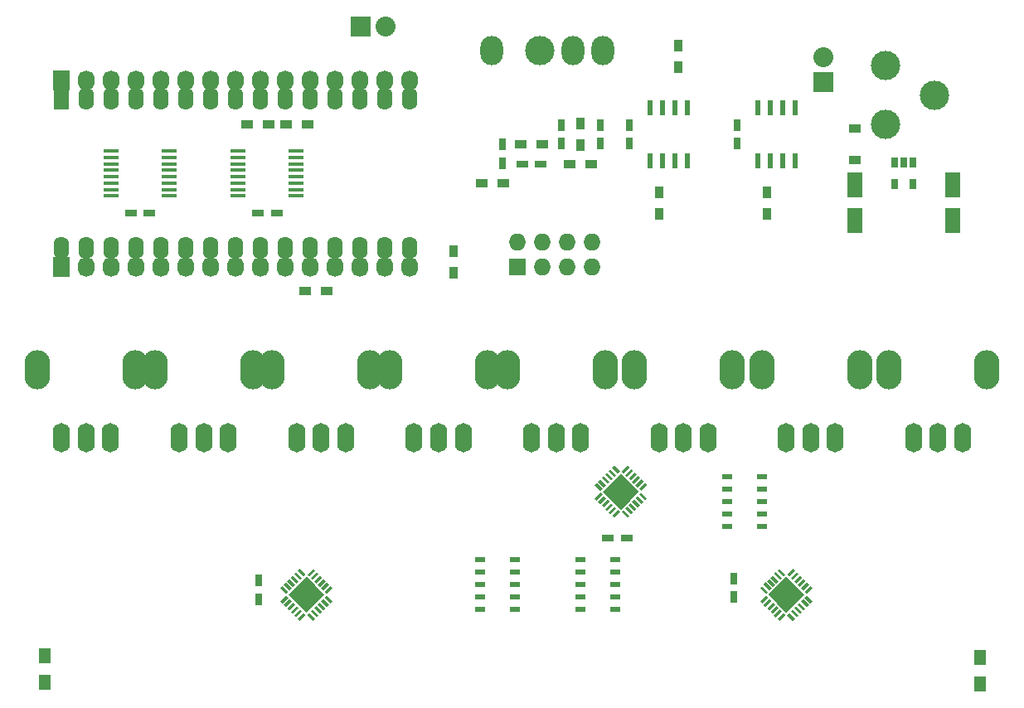
<source format=gbs>
G04 #@! TF.FileFunction,Soldermask,Bot*
%FSLAX46Y46*%
G04 Gerber Fmt 4.6, Leading zero omitted, Abs format (unit mm)*
G04 Created by KiCad (PCBNEW 4.0.7) date 11/28/17 11:15:26*
%MOMM*%
%LPD*%
G01*
G04 APERTURE LIST*
%ADD10C,0.100000*%
%ADD11R,0.750000X1.200000*%
%ADD12R,1.200000X0.750000*%
%ADD13R,1.600200X2.600960*%
%ADD14C,3.000000*%
%ADD15R,1.220000X0.910000*%
%ADD16R,1.200000X0.900000*%
%ADD17R,0.900000X1.200000*%
%ADD18R,1.574800X2.286000*%
%ADD19O,1.574800X2.286000*%
%ADD20R,1.500000X0.450000*%
%ADD21R,0.650000X1.060000*%
%ADD22R,0.600000X1.550000*%
%ADD23R,1.100000X0.600000*%
%ADD24R,1.727200X1.727200*%
%ADD25O,1.727200X1.727200*%
%ADD26R,1.727200X2.032000*%
%ADD27O,1.727200X2.032000*%
%ADD28R,1.300000X1.500000*%
%ADD29R,2.032000X2.032000*%
%ADD30O,2.032000X2.032000*%
%ADD31O,1.750000X3.000000*%
%ADD32O,2.600000X4.000000*%
%ADD33O,2.300000X3.000000*%
G04 APERTURE END LIST*
D10*
D11*
X110000000Y-62050000D03*
X110000000Y-63950000D03*
D12*
X113950000Y-64000000D03*
X112050000Y-64000000D03*
D11*
X116000000Y-60050000D03*
X116000000Y-61950000D03*
X120000000Y-60050000D03*
X120000000Y-61950000D03*
D12*
X85050000Y-69000000D03*
X86950000Y-69000000D03*
X73950000Y-69000000D03*
X72050000Y-69000000D03*
D11*
X85100000Y-106550000D03*
X85100000Y-108450000D03*
X133600000Y-106350000D03*
X133600000Y-108250000D03*
D13*
X146000000Y-66199140D03*
X146000000Y-69800860D03*
X156000000Y-69800860D03*
X156000000Y-66199140D03*
D11*
X123000000Y-60050000D03*
X123000000Y-61950000D03*
X134000000Y-60050000D03*
X134000000Y-61950000D03*
D12*
X122676999Y-102201980D03*
X120776999Y-102201980D03*
D14*
X149100000Y-60000000D03*
X149100000Y-54000000D03*
X154100000Y-57000000D03*
D15*
X146000000Y-63635000D03*
X146000000Y-60365000D03*
D16*
X86100000Y-60000000D03*
X83900000Y-60000000D03*
X90100000Y-60000000D03*
X87900000Y-60000000D03*
X110100000Y-66000000D03*
X107900000Y-66000000D03*
X114100000Y-62000000D03*
X111900000Y-62000000D03*
D17*
X118000000Y-59900000D03*
X118000000Y-62100000D03*
D16*
X119100000Y-64000000D03*
X116900000Y-64000000D03*
X89900000Y-77000000D03*
X92100000Y-77000000D03*
D17*
X128000000Y-54100000D03*
X128000000Y-51900000D03*
X126000000Y-66900000D03*
X126000000Y-69100000D03*
X137000000Y-66900000D03*
X137000000Y-69100000D03*
D18*
X65000000Y-57380000D03*
D19*
X67540000Y-57380000D03*
X70080000Y-57380000D03*
X72620000Y-57380000D03*
X75160000Y-57380000D03*
X77700000Y-57380000D03*
X80240000Y-57380000D03*
X82780000Y-57380000D03*
X85320000Y-57380000D03*
X87860000Y-57380000D03*
X90400000Y-57380000D03*
X92940000Y-57380000D03*
X95480000Y-57380000D03*
X98020000Y-57380000D03*
X100560000Y-57380000D03*
X100560000Y-72620000D03*
X98020000Y-72620000D03*
X95480000Y-72620000D03*
X92940000Y-72620000D03*
X90400000Y-72620000D03*
X87860000Y-72620000D03*
X85320000Y-72620000D03*
X82780000Y-72620000D03*
X80240000Y-72620000D03*
X77700000Y-72620000D03*
X75160000Y-72620000D03*
X72620000Y-72620000D03*
X70080000Y-72620000D03*
X67540000Y-72620000D03*
X65000000Y-72620000D03*
D20*
X83050000Y-67275000D03*
X83050000Y-66625000D03*
X83050000Y-65975000D03*
X83050000Y-65325000D03*
X83050000Y-64675000D03*
X83050000Y-64025000D03*
X83050000Y-63375000D03*
X83050000Y-62725000D03*
X88950000Y-62725000D03*
X88950000Y-63375000D03*
X88950000Y-64025000D03*
X88950000Y-64675000D03*
X88950000Y-65325000D03*
X88950000Y-65975000D03*
X88950000Y-66625000D03*
X88950000Y-67275000D03*
D21*
X150050000Y-63900000D03*
X151000000Y-63900000D03*
X151950000Y-63900000D03*
X151950000Y-66100000D03*
X150050000Y-66100000D03*
D22*
X125095000Y-58300000D03*
X126365000Y-58300000D03*
X127635000Y-58300000D03*
X128905000Y-58300000D03*
X128905000Y-63700000D03*
X127635000Y-63700000D03*
X126365000Y-63700000D03*
X125095000Y-63700000D03*
X136095000Y-58300000D03*
X137365000Y-58300000D03*
X138635000Y-58300000D03*
X139905000Y-58300000D03*
X139905000Y-63700000D03*
X138635000Y-63700000D03*
X137365000Y-63700000D03*
X136095000Y-63700000D03*
D20*
X70050000Y-67275000D03*
X70050000Y-66625000D03*
X70050000Y-65975000D03*
X70050000Y-65325000D03*
X70050000Y-64675000D03*
X70050000Y-64025000D03*
X70050000Y-63375000D03*
X70050000Y-62725000D03*
X75950000Y-62725000D03*
X75950000Y-63375000D03*
X75950000Y-64025000D03*
X75950000Y-64675000D03*
X75950000Y-65325000D03*
X75950000Y-65975000D03*
X75950000Y-66625000D03*
X75950000Y-67275000D03*
D23*
X107744000Y-109540000D03*
X107744000Y-108270000D03*
X107744000Y-107000000D03*
X107744000Y-105730000D03*
X107744000Y-104460000D03*
X111300000Y-104460000D03*
X111300000Y-105730000D03*
X111300000Y-107000000D03*
X111300000Y-108270000D03*
X111300000Y-109540000D03*
X118000000Y-109540000D03*
X118000000Y-108270000D03*
X118000000Y-107000000D03*
X118000000Y-105730000D03*
X118000000Y-104460000D03*
X121556000Y-104460000D03*
X121556000Y-105730000D03*
X121556000Y-107000000D03*
X121556000Y-108270000D03*
X121556000Y-109540000D03*
X133000000Y-101000000D03*
X133000000Y-99730000D03*
X133000000Y-98460000D03*
X133000000Y-97190000D03*
X133000000Y-95920000D03*
X136556000Y-95920000D03*
X136556000Y-97190000D03*
X136556000Y-98460000D03*
X136556000Y-99730000D03*
X136556000Y-101000000D03*
D24*
X111500000Y-74500000D03*
D25*
X111500000Y-71960000D03*
X114040000Y-74500000D03*
X114040000Y-71960000D03*
X116580000Y-74500000D03*
X116580000Y-71960000D03*
X119120000Y-74500000D03*
X119120000Y-71960000D03*
D26*
X65000000Y-55500000D03*
D27*
X67540000Y-55500000D03*
X70080000Y-55500000D03*
X72620000Y-55500000D03*
X75160000Y-55500000D03*
X77700000Y-55500000D03*
X80240000Y-55500000D03*
X82780000Y-55500000D03*
X85320000Y-55500000D03*
X87860000Y-55500000D03*
X90400000Y-55500000D03*
X92940000Y-55500000D03*
X95480000Y-55500000D03*
X98020000Y-55500000D03*
X100560000Y-55500000D03*
D26*
X65000000Y-74500000D03*
D27*
X67540000Y-74500000D03*
X70080000Y-74500000D03*
X72620000Y-74500000D03*
X75160000Y-74500000D03*
X77700000Y-74500000D03*
X80240000Y-74500000D03*
X82780000Y-74500000D03*
X85320000Y-74500000D03*
X87860000Y-74500000D03*
X90400000Y-74500000D03*
X92940000Y-74500000D03*
X95480000Y-74500000D03*
X98020000Y-74500000D03*
X100560000Y-74500000D03*
D17*
X105000000Y-75100000D03*
X105000000Y-72900000D03*
D10*
G36*
X87330672Y-107310571D02*
X87542804Y-107098439D01*
X88143844Y-107699479D01*
X87931712Y-107911611D01*
X87330672Y-107310571D01*
X87330672Y-107310571D01*
G37*
G36*
X87684226Y-106957018D02*
X87896358Y-106744886D01*
X88497398Y-107345926D01*
X88285266Y-107558058D01*
X87684226Y-106957018D01*
X87684226Y-106957018D01*
G37*
G36*
X88037779Y-106603464D02*
X88249911Y-106391332D01*
X88850951Y-106992372D01*
X88638819Y-107204504D01*
X88037779Y-106603464D01*
X88037779Y-106603464D01*
G37*
G36*
X88391332Y-106249911D02*
X88603464Y-106037779D01*
X89204504Y-106638819D01*
X88992372Y-106850951D01*
X88391332Y-106249911D01*
X88391332Y-106249911D01*
G37*
G36*
X88744886Y-105896358D02*
X88957018Y-105684226D01*
X89558058Y-106285266D01*
X89345926Y-106497398D01*
X88744886Y-105896358D01*
X88744886Y-105896358D01*
G37*
G36*
X89098439Y-105542804D02*
X89310571Y-105330672D01*
X89911611Y-105931712D01*
X89699479Y-106143844D01*
X89098439Y-105542804D01*
X89098439Y-105542804D01*
G37*
G36*
X90689429Y-105330672D02*
X90901561Y-105542804D01*
X90300521Y-106143844D01*
X90088389Y-105931712D01*
X90689429Y-105330672D01*
X90689429Y-105330672D01*
G37*
G36*
X91042982Y-105684226D02*
X91255114Y-105896358D01*
X90654074Y-106497398D01*
X90441942Y-106285266D01*
X91042982Y-105684226D01*
X91042982Y-105684226D01*
G37*
G36*
X91396536Y-106037779D02*
X91608668Y-106249911D01*
X91007628Y-106850951D01*
X90795496Y-106638819D01*
X91396536Y-106037779D01*
X91396536Y-106037779D01*
G37*
G36*
X91750089Y-106391332D02*
X91962221Y-106603464D01*
X91361181Y-107204504D01*
X91149049Y-106992372D01*
X91750089Y-106391332D01*
X91750089Y-106391332D01*
G37*
G36*
X92103642Y-106744886D02*
X92315774Y-106957018D01*
X91714734Y-107558058D01*
X91502602Y-107345926D01*
X92103642Y-106744886D01*
X92103642Y-106744886D01*
G37*
G36*
X92457196Y-107098439D02*
X92669328Y-107310571D01*
X92068288Y-107911611D01*
X91856156Y-107699479D01*
X92457196Y-107098439D01*
X92457196Y-107098439D01*
G37*
G36*
X91856156Y-108300521D02*
X92068288Y-108088389D01*
X92669328Y-108689429D01*
X92457196Y-108901561D01*
X91856156Y-108300521D01*
X91856156Y-108300521D01*
G37*
G36*
X91502602Y-108654074D02*
X91714734Y-108441942D01*
X92315774Y-109042982D01*
X92103642Y-109255114D01*
X91502602Y-108654074D01*
X91502602Y-108654074D01*
G37*
G36*
X91149049Y-109007628D02*
X91361181Y-108795496D01*
X91962221Y-109396536D01*
X91750089Y-109608668D01*
X91149049Y-109007628D01*
X91149049Y-109007628D01*
G37*
G36*
X90795496Y-109361181D02*
X91007628Y-109149049D01*
X91608668Y-109750089D01*
X91396536Y-109962221D01*
X90795496Y-109361181D01*
X90795496Y-109361181D01*
G37*
G36*
X90441942Y-109714734D02*
X90654074Y-109502602D01*
X91255114Y-110103642D01*
X91042982Y-110315774D01*
X90441942Y-109714734D01*
X90441942Y-109714734D01*
G37*
G36*
X90088389Y-110068288D02*
X90300521Y-109856156D01*
X90901561Y-110457196D01*
X90689429Y-110669328D01*
X90088389Y-110068288D01*
X90088389Y-110068288D01*
G37*
G36*
X89699479Y-109856156D02*
X89911611Y-110068288D01*
X89310571Y-110669328D01*
X89098439Y-110457196D01*
X89699479Y-109856156D01*
X89699479Y-109856156D01*
G37*
G36*
X89345926Y-109502602D02*
X89558058Y-109714734D01*
X88957018Y-110315774D01*
X88744886Y-110103642D01*
X89345926Y-109502602D01*
X89345926Y-109502602D01*
G37*
G36*
X88992372Y-109149049D02*
X89204504Y-109361181D01*
X88603464Y-109962221D01*
X88391332Y-109750089D01*
X88992372Y-109149049D01*
X88992372Y-109149049D01*
G37*
G36*
X88638819Y-108795496D02*
X88850951Y-109007628D01*
X88249911Y-109608668D01*
X88037779Y-109396536D01*
X88638819Y-108795496D01*
X88638819Y-108795496D01*
G37*
G36*
X88285266Y-108441942D02*
X88497398Y-108654074D01*
X87896358Y-109255114D01*
X87684226Y-109042982D01*
X88285266Y-108441942D01*
X88285266Y-108441942D01*
G37*
G36*
X87931712Y-108088389D02*
X88143844Y-108300521D01*
X87542804Y-108901561D01*
X87330672Y-108689429D01*
X87931712Y-108088389D01*
X87931712Y-108088389D01*
G37*
G36*
X90000000Y-108000000D02*
X90919239Y-107080761D01*
X91838478Y-108000000D01*
X90919239Y-108919239D01*
X90000000Y-108000000D01*
X90000000Y-108000000D01*
G37*
G36*
X89080761Y-108919239D02*
X90000000Y-108000000D01*
X90919239Y-108919239D01*
X90000000Y-109838478D01*
X89080761Y-108919239D01*
X89080761Y-108919239D01*
G37*
G36*
X89080761Y-107080761D02*
X90000000Y-106161522D01*
X90919239Y-107080761D01*
X90000000Y-108000000D01*
X89080761Y-107080761D01*
X89080761Y-107080761D01*
G37*
G36*
X88161522Y-108000000D02*
X89080761Y-107080761D01*
X90000000Y-108000000D01*
X89080761Y-108919239D01*
X88161522Y-108000000D01*
X88161522Y-108000000D01*
G37*
G36*
X136330672Y-107310571D02*
X136542804Y-107098439D01*
X137143844Y-107699479D01*
X136931712Y-107911611D01*
X136330672Y-107310571D01*
X136330672Y-107310571D01*
G37*
G36*
X136684226Y-106957018D02*
X136896358Y-106744886D01*
X137497398Y-107345926D01*
X137285266Y-107558058D01*
X136684226Y-106957018D01*
X136684226Y-106957018D01*
G37*
G36*
X137037779Y-106603464D02*
X137249911Y-106391332D01*
X137850951Y-106992372D01*
X137638819Y-107204504D01*
X137037779Y-106603464D01*
X137037779Y-106603464D01*
G37*
G36*
X137391332Y-106249911D02*
X137603464Y-106037779D01*
X138204504Y-106638819D01*
X137992372Y-106850951D01*
X137391332Y-106249911D01*
X137391332Y-106249911D01*
G37*
G36*
X137744886Y-105896358D02*
X137957018Y-105684226D01*
X138558058Y-106285266D01*
X138345926Y-106497398D01*
X137744886Y-105896358D01*
X137744886Y-105896358D01*
G37*
G36*
X138098439Y-105542804D02*
X138310571Y-105330672D01*
X138911611Y-105931712D01*
X138699479Y-106143844D01*
X138098439Y-105542804D01*
X138098439Y-105542804D01*
G37*
G36*
X139689429Y-105330672D02*
X139901561Y-105542804D01*
X139300521Y-106143844D01*
X139088389Y-105931712D01*
X139689429Y-105330672D01*
X139689429Y-105330672D01*
G37*
G36*
X140042982Y-105684226D02*
X140255114Y-105896358D01*
X139654074Y-106497398D01*
X139441942Y-106285266D01*
X140042982Y-105684226D01*
X140042982Y-105684226D01*
G37*
G36*
X140396536Y-106037779D02*
X140608668Y-106249911D01*
X140007628Y-106850951D01*
X139795496Y-106638819D01*
X140396536Y-106037779D01*
X140396536Y-106037779D01*
G37*
G36*
X140750089Y-106391332D02*
X140962221Y-106603464D01*
X140361181Y-107204504D01*
X140149049Y-106992372D01*
X140750089Y-106391332D01*
X140750089Y-106391332D01*
G37*
G36*
X141103642Y-106744886D02*
X141315774Y-106957018D01*
X140714734Y-107558058D01*
X140502602Y-107345926D01*
X141103642Y-106744886D01*
X141103642Y-106744886D01*
G37*
G36*
X141457196Y-107098439D02*
X141669328Y-107310571D01*
X141068288Y-107911611D01*
X140856156Y-107699479D01*
X141457196Y-107098439D01*
X141457196Y-107098439D01*
G37*
G36*
X140856156Y-108300521D02*
X141068288Y-108088389D01*
X141669328Y-108689429D01*
X141457196Y-108901561D01*
X140856156Y-108300521D01*
X140856156Y-108300521D01*
G37*
G36*
X140502602Y-108654074D02*
X140714734Y-108441942D01*
X141315774Y-109042982D01*
X141103642Y-109255114D01*
X140502602Y-108654074D01*
X140502602Y-108654074D01*
G37*
G36*
X140149049Y-109007628D02*
X140361181Y-108795496D01*
X140962221Y-109396536D01*
X140750089Y-109608668D01*
X140149049Y-109007628D01*
X140149049Y-109007628D01*
G37*
G36*
X139795496Y-109361181D02*
X140007628Y-109149049D01*
X140608668Y-109750089D01*
X140396536Y-109962221D01*
X139795496Y-109361181D01*
X139795496Y-109361181D01*
G37*
G36*
X139441942Y-109714734D02*
X139654074Y-109502602D01*
X140255114Y-110103642D01*
X140042982Y-110315774D01*
X139441942Y-109714734D01*
X139441942Y-109714734D01*
G37*
G36*
X139088389Y-110068288D02*
X139300521Y-109856156D01*
X139901561Y-110457196D01*
X139689429Y-110669328D01*
X139088389Y-110068288D01*
X139088389Y-110068288D01*
G37*
G36*
X138699479Y-109856156D02*
X138911611Y-110068288D01*
X138310571Y-110669328D01*
X138098439Y-110457196D01*
X138699479Y-109856156D01*
X138699479Y-109856156D01*
G37*
G36*
X138345926Y-109502602D02*
X138558058Y-109714734D01*
X137957018Y-110315774D01*
X137744886Y-110103642D01*
X138345926Y-109502602D01*
X138345926Y-109502602D01*
G37*
G36*
X137992372Y-109149049D02*
X138204504Y-109361181D01*
X137603464Y-109962221D01*
X137391332Y-109750089D01*
X137992372Y-109149049D01*
X137992372Y-109149049D01*
G37*
G36*
X137638819Y-108795496D02*
X137850951Y-109007628D01*
X137249911Y-109608668D01*
X137037779Y-109396536D01*
X137638819Y-108795496D01*
X137638819Y-108795496D01*
G37*
G36*
X137285266Y-108441942D02*
X137497398Y-108654074D01*
X136896358Y-109255114D01*
X136684226Y-109042982D01*
X137285266Y-108441942D01*
X137285266Y-108441942D01*
G37*
G36*
X136931712Y-108088389D02*
X137143844Y-108300521D01*
X136542804Y-108901561D01*
X136330672Y-108689429D01*
X136931712Y-108088389D01*
X136931712Y-108088389D01*
G37*
G36*
X139000000Y-108000000D02*
X139919239Y-107080761D01*
X140838478Y-108000000D01*
X139919239Y-108919239D01*
X139000000Y-108000000D01*
X139000000Y-108000000D01*
G37*
G36*
X138080761Y-108919239D02*
X139000000Y-108000000D01*
X139919239Y-108919239D01*
X139000000Y-109838478D01*
X138080761Y-108919239D01*
X138080761Y-108919239D01*
G37*
G36*
X138080761Y-107080761D02*
X139000000Y-106161522D01*
X139919239Y-107080761D01*
X139000000Y-108000000D01*
X138080761Y-107080761D01*
X138080761Y-107080761D01*
G37*
G36*
X137161522Y-108000000D02*
X138080761Y-107080761D01*
X139000000Y-108000000D01*
X138080761Y-108919239D01*
X137161522Y-108000000D01*
X137161522Y-108000000D01*
G37*
G36*
X124769328Y-98169429D02*
X124557196Y-98381561D01*
X123956156Y-97780521D01*
X124168288Y-97568389D01*
X124769328Y-98169429D01*
X124769328Y-98169429D01*
G37*
G36*
X124415774Y-98522982D02*
X124203642Y-98735114D01*
X123602602Y-98134074D01*
X123814734Y-97921942D01*
X124415774Y-98522982D01*
X124415774Y-98522982D01*
G37*
G36*
X124062221Y-98876536D02*
X123850089Y-99088668D01*
X123249049Y-98487628D01*
X123461181Y-98275496D01*
X124062221Y-98876536D01*
X124062221Y-98876536D01*
G37*
G36*
X123708668Y-99230089D02*
X123496536Y-99442221D01*
X122895496Y-98841181D01*
X123107628Y-98629049D01*
X123708668Y-99230089D01*
X123708668Y-99230089D01*
G37*
G36*
X123355114Y-99583642D02*
X123142982Y-99795774D01*
X122541942Y-99194734D01*
X122754074Y-98982602D01*
X123355114Y-99583642D01*
X123355114Y-99583642D01*
G37*
G36*
X123001561Y-99937196D02*
X122789429Y-100149328D01*
X122188389Y-99548288D01*
X122400521Y-99336156D01*
X123001561Y-99937196D01*
X123001561Y-99937196D01*
G37*
G36*
X121410571Y-100149328D02*
X121198439Y-99937196D01*
X121799479Y-99336156D01*
X122011611Y-99548288D01*
X121410571Y-100149328D01*
X121410571Y-100149328D01*
G37*
G36*
X121057018Y-99795774D02*
X120844886Y-99583642D01*
X121445926Y-98982602D01*
X121658058Y-99194734D01*
X121057018Y-99795774D01*
X121057018Y-99795774D01*
G37*
G36*
X120703464Y-99442221D02*
X120491332Y-99230089D01*
X121092372Y-98629049D01*
X121304504Y-98841181D01*
X120703464Y-99442221D01*
X120703464Y-99442221D01*
G37*
G36*
X120349911Y-99088668D02*
X120137779Y-98876536D01*
X120738819Y-98275496D01*
X120950951Y-98487628D01*
X120349911Y-99088668D01*
X120349911Y-99088668D01*
G37*
G36*
X119996358Y-98735114D02*
X119784226Y-98522982D01*
X120385266Y-97921942D01*
X120597398Y-98134074D01*
X119996358Y-98735114D01*
X119996358Y-98735114D01*
G37*
G36*
X119642804Y-98381561D02*
X119430672Y-98169429D01*
X120031712Y-97568389D01*
X120243844Y-97780521D01*
X119642804Y-98381561D01*
X119642804Y-98381561D01*
G37*
G36*
X120243844Y-97179479D02*
X120031712Y-97391611D01*
X119430672Y-96790571D01*
X119642804Y-96578439D01*
X120243844Y-97179479D01*
X120243844Y-97179479D01*
G37*
G36*
X120597398Y-96825926D02*
X120385266Y-97038058D01*
X119784226Y-96437018D01*
X119996358Y-96224886D01*
X120597398Y-96825926D01*
X120597398Y-96825926D01*
G37*
G36*
X120950951Y-96472372D02*
X120738819Y-96684504D01*
X120137779Y-96083464D01*
X120349911Y-95871332D01*
X120950951Y-96472372D01*
X120950951Y-96472372D01*
G37*
G36*
X121304504Y-96118819D02*
X121092372Y-96330951D01*
X120491332Y-95729911D01*
X120703464Y-95517779D01*
X121304504Y-96118819D01*
X121304504Y-96118819D01*
G37*
G36*
X121658058Y-95765266D02*
X121445926Y-95977398D01*
X120844886Y-95376358D01*
X121057018Y-95164226D01*
X121658058Y-95765266D01*
X121658058Y-95765266D01*
G37*
G36*
X122011611Y-95411712D02*
X121799479Y-95623844D01*
X121198439Y-95022804D01*
X121410571Y-94810672D01*
X122011611Y-95411712D01*
X122011611Y-95411712D01*
G37*
G36*
X122400521Y-95623844D02*
X122188389Y-95411712D01*
X122789429Y-94810672D01*
X123001561Y-95022804D01*
X122400521Y-95623844D01*
X122400521Y-95623844D01*
G37*
G36*
X122754074Y-95977398D02*
X122541942Y-95765266D01*
X123142982Y-95164226D01*
X123355114Y-95376358D01*
X122754074Y-95977398D01*
X122754074Y-95977398D01*
G37*
G36*
X123107628Y-96330951D02*
X122895496Y-96118819D01*
X123496536Y-95517779D01*
X123708668Y-95729911D01*
X123107628Y-96330951D01*
X123107628Y-96330951D01*
G37*
G36*
X123461181Y-96684504D02*
X123249049Y-96472372D01*
X123850089Y-95871332D01*
X124062221Y-96083464D01*
X123461181Y-96684504D01*
X123461181Y-96684504D01*
G37*
G36*
X123814734Y-97038058D02*
X123602602Y-96825926D01*
X124203642Y-96224886D01*
X124415774Y-96437018D01*
X123814734Y-97038058D01*
X123814734Y-97038058D01*
G37*
G36*
X124168288Y-97391611D02*
X123956156Y-97179479D01*
X124557196Y-96578439D01*
X124769328Y-96790571D01*
X124168288Y-97391611D01*
X124168288Y-97391611D01*
G37*
G36*
X122100000Y-97480000D02*
X121180761Y-98399239D01*
X120261522Y-97480000D01*
X121180761Y-96560761D01*
X122100000Y-97480000D01*
X122100000Y-97480000D01*
G37*
G36*
X123019239Y-96560761D02*
X122100000Y-97480000D01*
X121180761Y-96560761D01*
X122100000Y-95641522D01*
X123019239Y-96560761D01*
X123019239Y-96560761D01*
G37*
G36*
X123019239Y-98399239D02*
X122100000Y-99318478D01*
X121180761Y-98399239D01*
X122100000Y-97480000D01*
X123019239Y-98399239D01*
X123019239Y-98399239D01*
G37*
G36*
X123938478Y-97480000D02*
X123019239Y-98399239D01*
X122100000Y-97480000D01*
X123019239Y-96560761D01*
X123938478Y-97480000D01*
X123938478Y-97480000D01*
G37*
D28*
X158750000Y-117110000D03*
X158750000Y-114410000D03*
X63320000Y-116990000D03*
X63320000Y-114290000D03*
D29*
X95500000Y-50000000D03*
D30*
X98040000Y-50000000D03*
D29*
X142800000Y-55700000D03*
D30*
X142800000Y-53160000D03*
D31*
X65000000Y-92000000D03*
X67500000Y-92000000D03*
X70000000Y-92000000D03*
D32*
X72500000Y-85000000D03*
X62500000Y-85000000D03*
D31*
X77000000Y-92000000D03*
X79500000Y-92000000D03*
X82000000Y-92000000D03*
D32*
X84500000Y-85000000D03*
X74500000Y-85000000D03*
D31*
X89000000Y-92000000D03*
X91500000Y-92000000D03*
X94000000Y-92000000D03*
D32*
X96500000Y-85000000D03*
X86500000Y-85000000D03*
D31*
X101000000Y-92000000D03*
X103500000Y-92000000D03*
X106000000Y-92000000D03*
D32*
X108500000Y-85000000D03*
X98500000Y-85000000D03*
D31*
X113000000Y-92000000D03*
X115500000Y-92000000D03*
X118000000Y-92000000D03*
D32*
X120500000Y-85000000D03*
X110500000Y-85000000D03*
D31*
X126000000Y-92000000D03*
X128500000Y-92000000D03*
X131000000Y-92000000D03*
D32*
X133500000Y-85000000D03*
X123500000Y-85000000D03*
D31*
X139000000Y-92000000D03*
X141500000Y-92000000D03*
X144000000Y-92000000D03*
D32*
X146500000Y-85000000D03*
X136500000Y-85000000D03*
D31*
X152000000Y-92000000D03*
X154500000Y-92000000D03*
X157000000Y-92000000D03*
D32*
X159500000Y-85000000D03*
X149500000Y-85000000D03*
D14*
X113800000Y-52400000D03*
D33*
X120280000Y-52400000D03*
X117180000Y-52400000D03*
X108880000Y-52400000D03*
M02*

</source>
